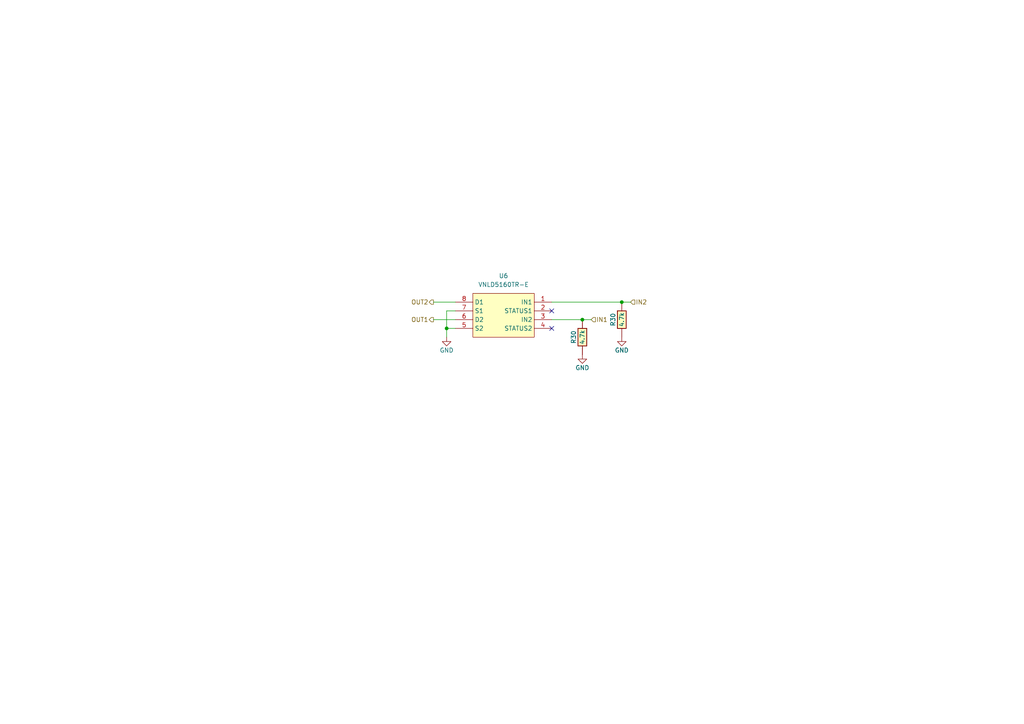
<source format=kicad_sch>
(kicad_sch (version 20231120) (generator "eeschema") (generator_version "8.0")
  (paper "A4")
  (lib_symbols
    (symbol "chips:VNLD5160"
      (property "Reference" "U" (at 6.35 3.81 0))
      (property "Value" "VNLD5160TR-E" (at 12.7 -11.43 0))
      (symbol "VNLD5160_1_1"
        (rectangle (start 5.08 2.54) (end 22.86 -10.16) (fill (type background)))
        (pin input line (at 0 0 0) (length 5.08) (name "IN1") (number "1"))
        (pin open_collector line (at 0 -2.54 0) (length 5.08) (name "STATUS1") (number "2"))
        (pin input line (at 0 -5.08 0) (length 5.08) (name "IN2") (number "3"))
        (pin open_collector line (at 0 -7.62 0) (length 5.08) (name "STATUS2") (number "4"))
        (pin power_in line (at 27.94 -7.62 180) (length 5.08) (name "S2") (number "5"))
        (pin power_out line (at 27.94 -5.08 180) (length 5.08) (name "D2") (number "6"))
        (pin power_in line (at 27.94 -2.54 180) (length 5.08) (name "S1") (number "7"))
        (pin power_out line (at 27.94 0 180) (length 5.08) (name "D1") (number "8"))
      )
    )
    (symbol "hellen-one-common:Res" (pin_numbers hide)
      (property "Reference" "R" (at 3.81 2.54 0))
      (property "Value" "Res" (at 5.08 -2.54 0))
      (symbol "Res_1_0"
        (rectangle (start 2.54 -1.27) (end 7.62 1.27) (stroke (width 0.254)) (fill (type background)))
        (pin passive line (at 0 0 0) (length 2.54) (name "") (number "1"))
        (pin passive line (at 10.16 0 180) (length 2.54) (name "") (number "2"))
      )
    )
    (symbol "power:GND" (power) (pin_names (offset 0))
      (property "Value" "GND" (at 0 -3.81 0))
      (symbol "GND_0_1"
        (polyline (pts (xy 0 0) (xy 0 -1.27) (xy 1.27 -1.27) (xy 0 -2.54) (xy -1.27 -1.27) (xy 0 -1.27)))
      )
      (symbol "GND_1_1"
        (pin power_in line (at 0 0 270) (length 0) hide (name "GND") (number "1"))
      )
    )
  )
  (junction (at 168.91 92.71))
  (junction (at 129.54 95.25))
  (junction (at 180.34 87.63))
  (no_connect (at 160.02 90.17))
  (no_connect (at 160.02 95.25))
  (wire (pts (xy 129.54 95.25) (xy 132.08 95.25)))
  (wire (pts (xy 125.73 87.63) (xy 132.08 87.63)))
  (wire (pts (xy 168.91 92.71) (xy 171.45 92.71)))
  (wire (pts (xy 160.02 87.63) (xy 180.34 87.63)))
  (wire (pts (xy 160.02 92.71) (xy 168.91 92.71)))
  (wire (pts (xy 129.54 95.25) (xy 129.54 90.17)))
  (wire (pts (xy 125.73 92.71) (xy 132.08 92.71)))
  (wire (pts (xy 129.54 97.79) (xy 129.54 95.25)))
  (wire (pts (xy 180.34 87.63) (xy 182.88 87.63)))
  (wire (pts (xy 129.54 90.17) (xy 132.08 90.17)))
  (hierarchical_label "OUT2" (shape output) (at 125.73 87.63 180))
  (hierarchical_label "IN2" (shape input) (at 182.88 87.63 0))
  (hierarchical_label "IN1" (shape input) (at 171.45 92.71 0))
  (hierarchical_label "OUT1" (shape output) (at 125.73 92.71 180))
  (symbol (lib_id "power:GND") (at 129.54 97.79 0) (mirror y) (unit 1)
    (property "Reference" "#PWR0140" (effects (hide yes)))
    (property "Value" "GND" (at 129.54 101.6 0))
  )
  (symbol (lib_id "chips:VNLD5160") (at 160.02 87.63 0) (mirror y) (unit 1)
    (property "Reference" "U6" (at 146.05 80.01 0))
    (property "Value" "VNLD5160TR-E" (at 146.05 82.55 0))
    (property "Footprint" "Package_SO:SOIC-8_3.9x4.9mm_P1.27mm" (effects (hide yes)))
    (property "LCSC" "C377942" (effects (hide yes)))
  )
  (symbol (lib_id "power:GND") (at 180.34 97.79 0) (unit 1)
    (property "Reference" "#PWR035" (effects (hide yes)))
    (property "Value" "GND" (at 180.34 101.6 0))
    (instances (project "alphax_8ch" (path "" (reference "#PWR035") (unit 1)) (path "" (reference "#PWR0165") (unit 1))) (project "uaefi" (path "" (reference "#PWR094") (unit 1))))
  )
  (symbol (lib_id "power:GND") (at 168.91 102.87 0) (unit 1)
    (property "Reference" "#PWR035" (effects (hide yes)))
    (property "Value" "GND" (at 168.91 106.68 0))
    (instances (project "alphax_8ch" (path "" (reference "#PWR035") (unit 1)) (path "" (reference "#PWR0165") (unit 1))) (project "uaefi" (path "" (reference "#PWR095") (unit 1))))
  )
  (symbol (lib_id "hellen-one-common:Res") (at 180.34 87.63 90) (mirror x) (unit 1)
    (property "Reference" "R30" (at 177.8 92.71 0))
    (property "Value" "4.7k" (at 180.34 92.71 0))
    (property "Footprint" "hellen-one-common:R0603" (effects (hide yes)))
    (property "LCSC" "C23162" (effects (hide yes)))
    (instances (project "alphax_8ch" (path "" (reference "R30") (unit 1)) (path "" (reference "R68") (unit 1))) (project "uaefi" (path "" (reference "R15") (unit 1))))
  )
  (symbol (lib_id "hellen-one-common:Res") (at 168.91 92.71 90) (mirror x) (unit 1)
    (property "Reference" "R30" (at 166.37 97.79 0))
    (property "Value" "4.7k" (at 168.91 97.79 0))
    (property "Footprint" "hellen-one-common:R0603" (effects (hide yes)))
    (property "LCSC" "C23162" (effects (hide yes)))
    (instances (project "alphax_8ch" (path "" (reference "R30") (unit 1)) (path "" (reference "R68") (unit 1))) (project "uaefi" (path "" (reference "R16") (unit 1))))
  )
)
</source>
